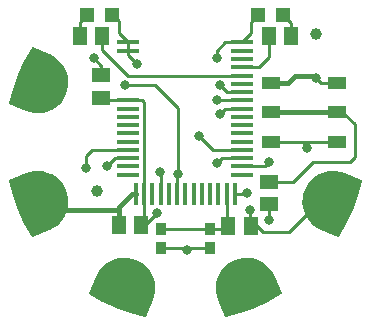
<source format=gbr>
G04 EAGLE Gerber RS-274X export*
G75*
%MOMM*%
%FSLAX34Y34*%
%LPD*%
%INTop Copper*%
%IPPOS*%
%AMOC8*
5,1,8,0,0,1.08239X$1,22.5*%
G01*
%ADD10C,1.000000*%
%ADD11C,2.540000*%
%ADD12R,1.850000X0.450000*%
%ADD13R,0.450000X1.850000*%
%ADD14R,1.200000X1.200000*%
%ADD15R,1.300000X1.500000*%
%ADD16R,1.500000X1.300000*%
%ADD17R,1.500000X1.000000*%
%ADD18R,0.900000X1.000000*%
%ADD19C,0.406400*%
%ADD20C,0.254000*%
%ADD21C,0.800100*%

G36*
X-129377Y-80320D02*
X-129377Y-80320D01*
X-129352Y-80322D01*
X-129212Y-80287D01*
X-129181Y-80281D01*
X-129176Y-80278D01*
X-129170Y-80277D01*
X-115090Y-74445D01*
X-115073Y-74434D01*
X-115049Y-74426D01*
X-111809Y-72804D01*
X-111778Y-72781D01*
X-111731Y-72757D01*
X-108754Y-70691D01*
X-108733Y-70670D01*
X-108712Y-70657D01*
X-108705Y-70649D01*
X-108683Y-70634D01*
X-106031Y-68164D01*
X-106008Y-68134D01*
X-105969Y-68098D01*
X-103695Y-65276D01*
X-103677Y-65243D01*
X-103644Y-65202D01*
X-101794Y-62085D01*
X-101781Y-62049D01*
X-101754Y-62004D01*
X-100367Y-58656D01*
X-100359Y-58619D01*
X-100339Y-58570D01*
X-99442Y-55059D01*
X-99440Y-55021D01*
X-99426Y-54970D01*
X-99039Y-51366D01*
X-99042Y-51328D01*
X-99036Y-51276D01*
X-99165Y-47654D01*
X-99173Y-47617D01*
X-99175Y-47564D01*
X-99818Y-43998D01*
X-99831Y-43962D01*
X-99840Y-43910D01*
X-100985Y-40472D01*
X-101003Y-40438D01*
X-101020Y-40388D01*
X-102642Y-37147D01*
X-102665Y-37117D01*
X-102688Y-37069D01*
X-104755Y-34093D01*
X-104782Y-34066D01*
X-104812Y-34022D01*
X-107281Y-31370D01*
X-107312Y-31347D01*
X-107347Y-31308D01*
X-110169Y-29034D01*
X-110203Y-29016D01*
X-110243Y-28982D01*
X-113360Y-27133D01*
X-113396Y-27120D01*
X-113441Y-27093D01*
X-116789Y-25706D01*
X-116826Y-25698D01*
X-116875Y-25677D01*
X-120387Y-24781D01*
X-120425Y-24778D01*
X-120476Y-24765D01*
X-124079Y-24378D01*
X-124117Y-24380D01*
X-124169Y-24374D01*
X-127791Y-24504D01*
X-127828Y-24512D01*
X-127881Y-24513D01*
X-131447Y-25157D01*
X-131483Y-25170D01*
X-131535Y-25179D01*
X-134974Y-26324D01*
X-134991Y-26333D01*
X-135016Y-26340D01*
X-149096Y-32172D01*
X-149117Y-32185D01*
X-149140Y-32192D01*
X-149205Y-32241D01*
X-149264Y-32276D01*
X-149270Y-32283D01*
X-149285Y-32293D01*
X-149300Y-32312D01*
X-149319Y-32327D01*
X-149367Y-32401D01*
X-149374Y-32411D01*
X-149405Y-32450D01*
X-149407Y-32456D01*
X-149420Y-32472D01*
X-149427Y-32496D01*
X-149440Y-32516D01*
X-149458Y-32602D01*
X-149470Y-32641D01*
X-149477Y-32662D01*
X-149477Y-32665D01*
X-149484Y-32687D01*
X-149482Y-32712D01*
X-149487Y-32736D01*
X-149471Y-32878D01*
X-149471Y-32881D01*
X-149471Y-32887D01*
X-149470Y-32887D01*
X-149469Y-32911D01*
X-149467Y-32916D01*
X-149466Y-32922D01*
X-146163Y-45248D01*
X-146153Y-45270D01*
X-146147Y-45300D01*
X-141782Y-57291D01*
X-141770Y-57313D01*
X-141761Y-57343D01*
X-136368Y-68908D01*
X-136354Y-68928D01*
X-136343Y-68957D01*
X-129962Y-80008D01*
X-129947Y-80027D01*
X-129937Y-80049D01*
X-129875Y-80112D01*
X-129818Y-80179D01*
X-129796Y-80191D01*
X-129779Y-80209D01*
X-129699Y-80246D01*
X-129622Y-80289D01*
X-129598Y-80293D01*
X-129576Y-80304D01*
X-129488Y-80311D01*
X-129401Y-80325D01*
X-129377Y-80320D01*
G37*
G36*
X129414Y-80321D02*
X129414Y-80321D01*
X129438Y-80324D01*
X129524Y-80305D01*
X129612Y-80293D01*
X129633Y-80281D01*
X129657Y-80276D01*
X129731Y-80228D01*
X129809Y-80186D01*
X129825Y-80168D01*
X129846Y-80155D01*
X129935Y-80042D01*
X129957Y-80017D01*
X129958Y-80013D01*
X129962Y-80008D01*
X136343Y-68957D01*
X136351Y-68934D01*
X136368Y-68908D01*
X141761Y-57343D01*
X141767Y-57319D01*
X141782Y-57291D01*
X146147Y-45300D01*
X146151Y-45276D01*
X146163Y-45248D01*
X149466Y-32922D01*
X149468Y-32897D01*
X149477Y-32875D01*
X149477Y-32851D01*
X149477Y-32850D01*
X149477Y-32841D01*
X149477Y-32786D01*
X149485Y-32698D01*
X149478Y-32675D01*
X149478Y-32650D01*
X149471Y-32629D01*
X149471Y-32626D01*
X149460Y-32600D01*
X149448Y-32567D01*
X149425Y-32482D01*
X149410Y-32462D01*
X149402Y-32439D01*
X149389Y-32424D01*
X149386Y-32418D01*
X149349Y-32377D01*
X149345Y-32372D01*
X149293Y-32300D01*
X149273Y-32287D01*
X149257Y-32268D01*
X149241Y-32259D01*
X149235Y-32252D01*
X149201Y-32235D01*
X149133Y-32194D01*
X149106Y-32176D01*
X149101Y-32175D01*
X149096Y-32172D01*
X135016Y-26340D01*
X134996Y-26335D01*
X134974Y-26324D01*
X131535Y-25179D01*
X131519Y-25177D01*
X131511Y-25173D01*
X131482Y-25168D01*
X131447Y-25157D01*
X127881Y-24513D01*
X127843Y-24513D01*
X127791Y-24504D01*
X124169Y-24374D01*
X124132Y-24380D01*
X124079Y-24378D01*
X120476Y-24765D01*
X120439Y-24776D01*
X120387Y-24781D01*
X116875Y-25677D01*
X116840Y-25693D01*
X116789Y-25706D01*
X113441Y-27093D01*
X113409Y-27113D01*
X113360Y-27133D01*
X110243Y-28982D01*
X110215Y-29007D01*
X110169Y-29034D01*
X107347Y-31308D01*
X107322Y-31337D01*
X107281Y-31370D01*
X104812Y-34022D01*
X104791Y-34054D01*
X104755Y-34093D01*
X102688Y-37069D01*
X102672Y-37104D01*
X102642Y-37147D01*
X101020Y-40388D01*
X101009Y-40425D01*
X100985Y-40472D01*
X99840Y-43910D01*
X99835Y-43948D01*
X99818Y-43998D01*
X99175Y-47564D01*
X99175Y-47603D01*
X99165Y-47654D01*
X99036Y-51276D01*
X99041Y-51314D01*
X99039Y-51366D01*
X99426Y-54970D01*
X99437Y-55006D01*
X99442Y-55059D01*
X100339Y-58570D01*
X100354Y-58605D01*
X100367Y-58656D01*
X101754Y-62004D01*
X101775Y-62036D01*
X101794Y-62085D01*
X103644Y-65202D01*
X103669Y-65231D01*
X103695Y-65276D01*
X105969Y-68098D01*
X105998Y-68123D01*
X106031Y-68164D01*
X108683Y-70634D01*
X108715Y-70654D01*
X108726Y-70664D01*
X108741Y-70681D01*
X108747Y-70684D01*
X108754Y-70691D01*
X111731Y-72757D01*
X111765Y-72773D01*
X111809Y-72804D01*
X115049Y-74426D01*
X115069Y-74431D01*
X115090Y-74445D01*
X129170Y-80277D01*
X129194Y-80282D01*
X129216Y-80293D01*
X129303Y-80306D01*
X129390Y-80325D01*
X129414Y-80321D01*
G37*
G36*
X-33945Y-148208D02*
X-33945Y-148208D01*
X-33920Y-148208D01*
X-33837Y-148178D01*
X-33752Y-148155D01*
X-33732Y-148140D01*
X-33709Y-148132D01*
X-33642Y-148075D01*
X-33570Y-148023D01*
X-33557Y-148003D01*
X-33538Y-147987D01*
X-33464Y-147863D01*
X-33446Y-147836D01*
X-33445Y-147831D01*
X-33442Y-147826D01*
X-27610Y-133746D01*
X-27605Y-133726D01*
X-27594Y-133704D01*
X-26449Y-130265D01*
X-26444Y-130228D01*
X-26427Y-130177D01*
X-25783Y-126611D01*
X-25783Y-126573D01*
X-25774Y-126521D01*
X-25644Y-122899D01*
X-25650Y-122862D01*
X-25648Y-122809D01*
X-26035Y-119206D01*
X-26046Y-119169D01*
X-26051Y-119117D01*
X-26947Y-115605D01*
X-26963Y-115570D01*
X-26976Y-115519D01*
X-28363Y-112171D01*
X-28383Y-112139D01*
X-28403Y-112090D01*
X-30252Y-108973D01*
X-30277Y-108945D01*
X-30304Y-108899D01*
X-32578Y-106077D01*
X-32607Y-106052D01*
X-32640Y-106011D01*
X-35292Y-103542D01*
X-35324Y-103521D01*
X-35363Y-103485D01*
X-38339Y-101418D01*
X-38374Y-101402D01*
X-38417Y-101372D01*
X-41658Y-99750D01*
X-41695Y-99739D01*
X-41742Y-99715D01*
X-45180Y-98570D01*
X-45218Y-98565D01*
X-45268Y-98548D01*
X-48834Y-97905D01*
X-48873Y-97905D01*
X-48924Y-97895D01*
X-52546Y-97766D01*
X-52584Y-97771D01*
X-52636Y-97769D01*
X-56240Y-98156D01*
X-56276Y-98167D01*
X-56329Y-98172D01*
X-59840Y-99069D01*
X-59875Y-99084D01*
X-59926Y-99097D01*
X-63274Y-100484D01*
X-63306Y-100505D01*
X-63355Y-100524D01*
X-66472Y-102374D01*
X-66501Y-102399D01*
X-66546Y-102425D01*
X-69368Y-104699D01*
X-69393Y-104728D01*
X-69434Y-104761D01*
X-71904Y-107413D01*
X-71924Y-107445D01*
X-71961Y-107484D01*
X-74027Y-110461D01*
X-74037Y-110482D01*
X-74044Y-110491D01*
X-74048Y-110502D01*
X-74074Y-110539D01*
X-75696Y-113779D01*
X-75701Y-113799D01*
X-75715Y-113820D01*
X-81547Y-127900D01*
X-81552Y-127924D01*
X-81563Y-127946D01*
X-81576Y-128033D01*
X-81595Y-128120D01*
X-81591Y-128144D01*
X-81594Y-128168D01*
X-81575Y-128254D01*
X-81563Y-128342D01*
X-81551Y-128363D01*
X-81546Y-128387D01*
X-81498Y-128461D01*
X-81456Y-128539D01*
X-81438Y-128555D01*
X-81425Y-128576D01*
X-81312Y-128665D01*
X-81287Y-128687D01*
X-81283Y-128688D01*
X-81278Y-128692D01*
X-70227Y-135073D01*
X-70204Y-135081D01*
X-70178Y-135098D01*
X-58613Y-140491D01*
X-58589Y-140497D01*
X-58561Y-140512D01*
X-46570Y-144877D01*
X-46546Y-144881D01*
X-46518Y-144893D01*
X-34192Y-148196D01*
X-34167Y-148198D01*
X-34145Y-148207D01*
X-34056Y-148207D01*
X-33968Y-148215D01*
X-33945Y-148208D01*
G37*
G36*
X34148Y-148201D02*
X34148Y-148201D01*
X34181Y-148199D01*
X34186Y-148197D01*
X34192Y-148196D01*
X46518Y-144893D01*
X46540Y-144883D01*
X46570Y-144877D01*
X58561Y-140512D01*
X58583Y-140500D01*
X58613Y-140491D01*
X70178Y-135098D01*
X70198Y-135084D01*
X70227Y-135073D01*
X81278Y-128692D01*
X81297Y-128677D01*
X81319Y-128667D01*
X81382Y-128605D01*
X81449Y-128548D01*
X81461Y-128526D01*
X81479Y-128509D01*
X81516Y-128429D01*
X81559Y-128352D01*
X81563Y-128328D01*
X81574Y-128306D01*
X81581Y-128218D01*
X81595Y-128131D01*
X81590Y-128107D01*
X81592Y-128082D01*
X81557Y-127942D01*
X81551Y-127911D01*
X81548Y-127906D01*
X81547Y-127900D01*
X75715Y-113820D01*
X75704Y-113803D01*
X75696Y-113779D01*
X74074Y-110539D01*
X74051Y-110508D01*
X74027Y-110461D01*
X71961Y-107484D01*
X71934Y-107457D01*
X71904Y-107413D01*
X69434Y-104761D01*
X69404Y-104738D01*
X69368Y-104699D01*
X66546Y-102425D01*
X66513Y-102407D01*
X66472Y-102374D01*
X63355Y-100524D01*
X63319Y-100511D01*
X63274Y-100484D01*
X59926Y-99097D01*
X59889Y-99089D01*
X59840Y-99069D01*
X56329Y-98172D01*
X56291Y-98170D01*
X56240Y-98156D01*
X52636Y-97769D01*
X52598Y-97772D01*
X52546Y-97766D01*
X48924Y-97895D01*
X48887Y-97903D01*
X48834Y-97905D01*
X45268Y-98548D01*
X45232Y-98561D01*
X45180Y-98570D01*
X41742Y-99715D01*
X41708Y-99733D01*
X41658Y-99750D01*
X38417Y-101372D01*
X38387Y-101395D01*
X38339Y-101418D01*
X35363Y-103485D01*
X35336Y-103512D01*
X35292Y-103542D01*
X32640Y-106011D01*
X32617Y-106042D01*
X32578Y-106077D01*
X30304Y-108899D01*
X30286Y-108933D01*
X30252Y-108973D01*
X28403Y-112090D01*
X28390Y-112126D01*
X28363Y-112171D01*
X26976Y-115519D01*
X26968Y-115556D01*
X26947Y-115605D01*
X26051Y-119117D01*
X26048Y-119155D01*
X26035Y-119206D01*
X25648Y-122809D01*
X25650Y-122847D01*
X25644Y-122899D01*
X25774Y-126521D01*
X25782Y-126558D01*
X25783Y-126611D01*
X26427Y-130177D01*
X26440Y-130213D01*
X26449Y-130265D01*
X27594Y-133704D01*
X27603Y-133721D01*
X27610Y-133746D01*
X33442Y-147826D01*
X33455Y-147847D01*
X33462Y-147870D01*
X33515Y-147940D01*
X33563Y-148015D01*
X33582Y-148030D01*
X33597Y-148049D01*
X33671Y-148097D01*
X33742Y-148150D01*
X33766Y-148157D01*
X33786Y-148170D01*
X33872Y-148188D01*
X33957Y-148214D01*
X33982Y-148212D01*
X34006Y-148217D01*
X34148Y-148201D01*
G37*
G36*
X-124132Y24380D02*
X-124132Y24380D01*
X-124079Y24378D01*
X-120476Y24765D01*
X-120439Y24776D01*
X-120387Y24781D01*
X-116875Y25677D01*
X-116840Y25693D01*
X-116789Y25706D01*
X-113441Y27093D01*
X-113409Y27113D01*
X-113360Y27133D01*
X-110243Y28982D01*
X-110215Y29007D01*
X-110169Y29034D01*
X-107347Y31308D01*
X-107322Y31337D01*
X-107281Y31370D01*
X-104812Y34022D01*
X-104791Y34054D01*
X-104755Y34093D01*
X-102688Y37069D01*
X-102672Y37104D01*
X-102642Y37147D01*
X-101020Y40388D01*
X-101009Y40425D01*
X-100985Y40472D01*
X-99840Y43910D01*
X-99835Y43948D01*
X-99818Y43998D01*
X-99175Y47564D01*
X-99175Y47603D01*
X-99165Y47654D01*
X-99036Y51276D01*
X-99041Y51314D01*
X-99039Y51366D01*
X-99426Y54970D01*
X-99437Y55006D01*
X-99442Y55059D01*
X-100339Y58570D01*
X-100354Y58605D01*
X-100367Y58656D01*
X-101754Y62004D01*
X-101775Y62036D01*
X-101794Y62085D01*
X-103644Y65202D01*
X-103669Y65231D01*
X-103695Y65276D01*
X-105969Y68098D01*
X-105998Y68123D01*
X-106031Y68164D01*
X-108683Y70634D01*
X-108715Y70654D01*
X-108754Y70691D01*
X-111731Y72757D01*
X-111765Y72773D01*
X-111809Y72804D01*
X-115049Y74426D01*
X-115069Y74431D01*
X-115090Y74445D01*
X-129170Y80277D01*
X-129194Y80282D01*
X-129216Y80293D01*
X-129303Y80306D01*
X-129390Y80325D01*
X-129414Y80321D01*
X-129438Y80324D01*
X-129524Y80305D01*
X-129612Y80293D01*
X-129633Y80281D01*
X-129657Y80276D01*
X-129731Y80228D01*
X-129809Y80186D01*
X-129825Y80168D01*
X-129846Y80155D01*
X-129935Y80042D01*
X-129957Y80017D01*
X-129958Y80013D01*
X-129962Y80008D01*
X-136343Y68957D01*
X-136351Y68934D01*
X-136368Y68908D01*
X-141761Y57343D01*
X-141767Y57319D01*
X-141782Y57291D01*
X-146147Y45300D01*
X-146151Y45276D01*
X-146163Y45248D01*
X-149466Y32922D01*
X-149468Y32897D01*
X-149477Y32875D01*
X-149477Y32786D01*
X-149485Y32698D01*
X-149478Y32675D01*
X-149478Y32650D01*
X-149448Y32567D01*
X-149425Y32482D01*
X-149410Y32462D01*
X-149402Y32439D01*
X-149345Y32372D01*
X-149293Y32300D01*
X-149273Y32287D01*
X-149257Y32268D01*
X-149133Y32194D01*
X-149106Y32176D01*
X-149101Y32175D01*
X-149096Y32172D01*
X-135016Y26340D01*
X-134996Y26335D01*
X-134974Y26324D01*
X-131535Y25179D01*
X-131498Y25174D01*
X-131447Y25157D01*
X-127881Y24513D01*
X-127843Y24513D01*
X-127791Y24504D01*
X-124169Y24374D01*
X-124132Y24380D01*
G37*
D10*
X110490Y91440D03*
X-74700Y-41460D03*
D11*
X-48260Y-115570D03*
X116840Y-46990D03*
X-116840Y-46990D03*
X48260Y-115570D03*
X-116840Y46990D03*
D12*
X-48250Y84450D03*
X-48250Y77450D03*
X-48250Y35450D03*
X-48250Y28450D03*
X-48250Y21450D03*
X-48250Y14450D03*
X-48250Y7450D03*
X-48250Y450D03*
X-48250Y-6550D03*
X-48250Y-13550D03*
X-48250Y-20550D03*
X-48250Y-27550D03*
D13*
X-42000Y-43800D03*
X-35000Y-43800D03*
X-28000Y-43800D03*
X-21000Y-43800D03*
X-14000Y-43800D03*
X-7000Y-43800D03*
X0Y-43800D03*
X7000Y-43800D03*
X14000Y-43800D03*
X21000Y-43800D03*
X28000Y-43800D03*
X35000Y-43800D03*
X42000Y-43800D03*
D12*
X48250Y-27550D03*
X48250Y-20550D03*
X48250Y-13550D03*
X48250Y-6550D03*
X48250Y450D03*
X48250Y7450D03*
X48250Y14450D03*
X48250Y21450D03*
X48250Y28450D03*
X48250Y35450D03*
X48250Y42450D03*
X48250Y49450D03*
X48250Y56450D03*
X48250Y63450D03*
X48250Y70450D03*
X48250Y77450D03*
X48250Y84450D03*
D14*
X-61890Y107950D03*
X-82890Y107950D03*
X61890Y107950D03*
X82890Y107950D03*
D15*
X-70510Y90170D03*
X-89510Y90170D03*
X70510Y90170D03*
X89510Y90170D03*
D16*
X-71120Y37490D03*
X-71120Y56490D03*
D15*
X-37490Y-69850D03*
X-56490Y-69850D03*
D17*
X72330Y400D03*
X72330Y25400D03*
X72330Y50400D03*
X128330Y50400D03*
X128330Y25400D03*
X128330Y400D03*
D18*
X20500Y-73280D03*
X20500Y-89280D03*
X-20500Y-89280D03*
X-20500Y-73280D03*
D15*
X55220Y-71120D03*
X36220Y-71120D03*
D16*
X71120Y-52680D03*
X71120Y-33680D03*
D19*
X-42000Y-43800D02*
X-45070Y-43800D01*
X-55880Y-54610D01*
X-55880Y-57150D01*
X-55880Y-69240D01*
X-56490Y-69850D01*
X-105410Y-57150D02*
X-116840Y-46990D01*
X-105410Y-57150D02*
X-55880Y-57150D01*
D20*
X48250Y84450D02*
X55880Y92080D01*
X55880Y101940D01*
X61890Y107950D01*
X-48250Y84450D02*
X-48250Y77450D01*
X-48250Y84450D02*
X-55880Y92080D01*
X-55880Y102870D01*
X-60960Y107950D01*
X-61890Y107950D01*
X-71120Y64770D02*
X-71120Y56490D01*
X-71120Y64770D02*
X-77470Y71120D01*
D21*
X-77470Y71120D03*
D20*
X-48250Y73650D02*
X-48250Y77450D01*
X-48250Y73650D02*
X-40640Y66040D01*
D21*
X-40640Y66040D03*
D20*
X-21000Y-25990D02*
X-21000Y-43800D01*
X-21000Y-25990D02*
X-21590Y-25400D01*
D21*
X-21590Y-25400D03*
D20*
X-20500Y-89280D02*
X-795Y-89280D01*
X20500Y-89280D01*
X1270Y-91345D02*
X-795Y-89280D01*
X1270Y-91345D02*
X1270Y-91440D01*
D21*
X1270Y-91440D03*
D20*
X114700Y50400D02*
X128330Y50400D01*
X114700Y50400D02*
X110490Y54610D01*
D21*
X110490Y54610D03*
D20*
X48250Y84450D02*
X33650Y84450D01*
X26670Y77470D01*
X26670Y71120D01*
D21*
X26670Y71120D03*
D20*
X42000Y-43800D02*
X51450Y-43800D01*
X52070Y-43180D01*
D21*
X52070Y-43180D03*
D19*
X72330Y50400D02*
X87230Y50400D01*
X92710Y55880D01*
X109220Y55880D01*
X110490Y54610D01*
D20*
X48250Y-13550D02*
X30900Y-13550D01*
X26670Y-17780D01*
D21*
X26670Y-17780D03*
D20*
X35020Y42450D02*
X48250Y42450D01*
X35020Y42450D02*
X29210Y48260D01*
D21*
X29210Y48260D03*
D20*
X48140Y35560D02*
X48250Y35450D01*
X48140Y35560D02*
X26670Y35560D01*
D21*
X26670Y35560D03*
D20*
X-48250Y35450D02*
X-69080Y35450D01*
X-71120Y37490D01*
X116840Y-46990D02*
X128330Y-35500D01*
X60960Y-71120D02*
X55220Y-71120D01*
X60960Y-71120D02*
X66040Y-76200D01*
X87630Y-76200D01*
X116840Y-46990D01*
X-35000Y-43800D02*
X-35000Y-67360D01*
X-37490Y-69850D01*
X54610Y-70510D02*
X55220Y-71120D01*
X54610Y-70510D02*
X54610Y-57150D01*
D21*
X54610Y-57150D03*
X-24130Y-59690D03*
D20*
X-34290Y-69850D01*
X-37490Y-69850D01*
X-35000Y-43800D02*
X-35000Y33730D01*
X-36830Y35560D01*
X-48140Y35560D01*
X-48250Y35450D01*
X100162Y400D02*
X128330Y400D01*
X100162Y400D02*
X72330Y400D01*
X100162Y400D02*
X100162Y-2372D01*
X102870Y-5080D01*
D21*
X102870Y-5080D03*
D20*
X-7000Y-27320D02*
X-7000Y-43800D01*
X-7000Y-27320D02*
X-6350Y-26670D01*
D21*
X-6350Y-26670D03*
X71120Y-66040D03*
D20*
X71120Y-52680D01*
D21*
X-50800Y48260D03*
D20*
X-25400Y48260D01*
X-6350Y29210D01*
X-6350Y-26670D01*
X70510Y71780D02*
X70510Y90170D01*
X70510Y71780D02*
X62230Y63500D01*
X48300Y63500D01*
X48250Y63450D01*
X-89510Y90170D02*
X-89510Y101330D01*
X-82890Y107950D01*
X82890Y107950D02*
X89510Y101330D01*
X89510Y90170D01*
X20500Y-73280D02*
X-20500Y-73280D01*
X20500Y-73280D02*
X34060Y-73280D01*
X36220Y-71120D01*
X35000Y-69900D02*
X35000Y-43800D01*
X35000Y-69900D02*
X36220Y-71120D01*
X-48250Y-6550D02*
X-78940Y-6550D01*
X-83820Y-11430D01*
X-83820Y-21590D01*
D21*
X-83820Y-21590D03*
D20*
X-59270Y-13550D02*
X-48250Y-13550D01*
X-59270Y-13550D02*
X-66040Y-20320D01*
D21*
X-66040Y-20320D03*
D20*
X33530Y28450D02*
X48250Y28450D01*
X33530Y28450D02*
X29210Y24130D01*
D21*
X29210Y24130D03*
D20*
X71120Y-33680D02*
X90780Y-33680D01*
D19*
X72330Y25400D02*
X123190Y25400D01*
X128330Y25400D01*
D20*
X107950Y-16510D02*
X90780Y-33680D01*
X107950Y-16510D02*
X139700Y-16510D01*
X143510Y-12700D01*
X143510Y15240D01*
X134620Y24130D01*
X124460Y24130D01*
X123190Y25400D01*
X-70510Y78130D02*
X-70510Y90170D01*
X-70510Y78130D02*
X-48830Y56450D01*
X48250Y56450D01*
X48250Y-6550D02*
X23060Y-6550D01*
X11430Y5080D01*
D21*
X11430Y5080D03*
D20*
X48250Y-20550D02*
X67080Y-20550D01*
X71120Y-16510D01*
D21*
X71120Y-16510D03*
M02*

</source>
